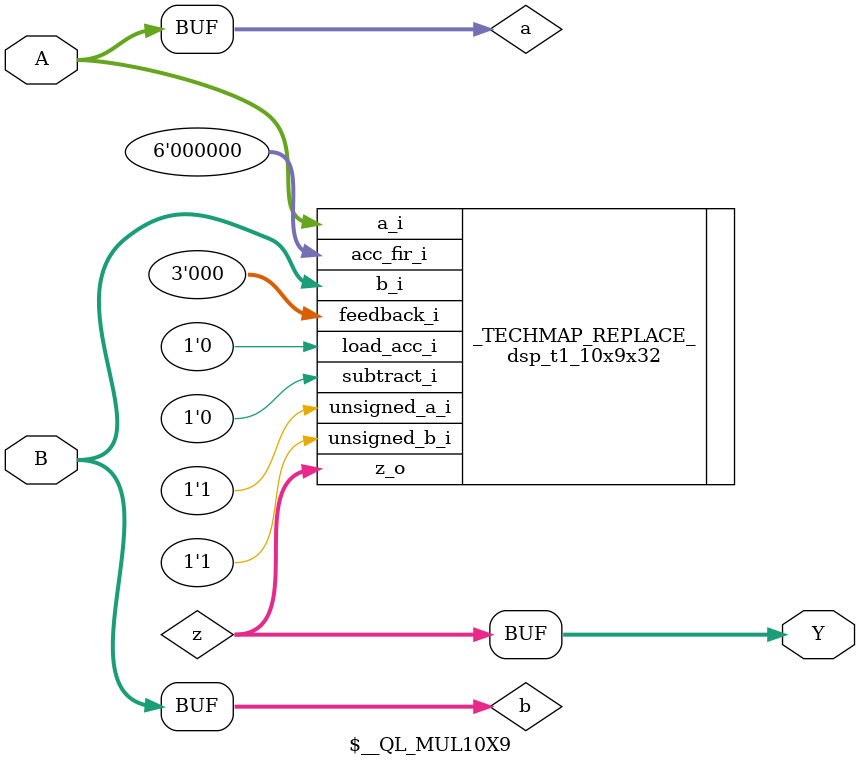
<source format=v>

module \$__QL_MUL20X18 (input [19:0] A, input [17:0] B, output [37:0] Y);
    parameter A_SIGNED = 0;
    parameter B_SIGNED = 0;
    parameter A_WIDTH = 0;
    parameter B_WIDTH = 0;
    parameter Y_WIDTH = 0;

    wire [19:0] a;
    wire [17:0] b;
    wire [37:0] z;

    assign a = (A_WIDTH == 20) ? A :
               (A_SIGNED) ? {{(20 - A_WIDTH){A[A_WIDTH-1]}}, A} :
                            {{(20 - A_WIDTH){1'b0}},         A};

    assign b = (B_WIDTH == 18) ? B :
               (B_SIGNED) ? {{(18 - B_WIDTH){B[B_WIDTH-1]}}, B} :
                            {{(18 - B_WIDTH){1'b0}},         B};

    dsp_t1_20x18x64 # (
        .OUTPUT_SELECT       (3'd0),
        .SATURATE_ENABLE     (1'd0),
        .SHIFT_RIGHT         (6'd0),
        .ROUND               (1'd0),
        .REGISTER_INPUTS     (1'd0)
    ) _TECHMAP_REPLACE_ (
        .a_i                (a),
        .b_i                (b),
        .acc_fir_i          (6'd0),
        .z_o                (z),

        .feedback_i         (3'd0),
        .load_acc_i         (1'b0),
        .unsigned_a_i       (!A_SIGNED),
        .unsigned_b_i       (!B_SIGNED),
	.subtract_i         (1'b0)
    );

    assign Y = z;

endmodule

module \$__QL_MUL10X9 (input [9:0] A, input [8:0] B, output [18:0] Y);
    parameter A_SIGNED = 0;
    parameter B_SIGNED = 0;
    parameter A_WIDTH = 0;
    parameter B_WIDTH = 0;
    parameter Y_WIDTH = 0;

    wire [ 9:0] a;
    wire [ 8:0] b;
    wire [18:0] z;

    assign a = (A_WIDTH == 10) ? A :
               (A_SIGNED) ? {{(10 - A_WIDTH){A[A_WIDTH-1]}}, A} :
                            {{(10 - A_WIDTH){1'b0}},         A};

    assign b = (B_WIDTH ==  9) ? B :
               (B_SIGNED) ? {{( 9 - B_WIDTH){B[B_WIDTH-1]}}, B} :
                            {{( 9 - B_WIDTH){1'b0}},         B};

    dsp_t1_10x9x32 # (
        .OUTPUT_SELECT       (3'd0),
        .SATURATE_ENABLE     (1'd0),
        .SHIFT_RIGHT         (6'd0),
        .ROUND               (1'd0),
        .REGISTER_INPUTS     (1'd0)
    ) _TECHMAP_REPLACE_ (
        .a_i                (a),
        .b_i                (b),
        .acc_fir_i          (6'd0),
        .z_o                (z),

        .feedback_i         (3'd0),
        .load_acc_i         (1'b0),
        .unsigned_a_i       (!A_SIGNED),
        .unsigned_b_i       (!B_SIGNED),
	.subtract_i         (1'b0)
    );

    assign Y = z;

endmodule


</source>
